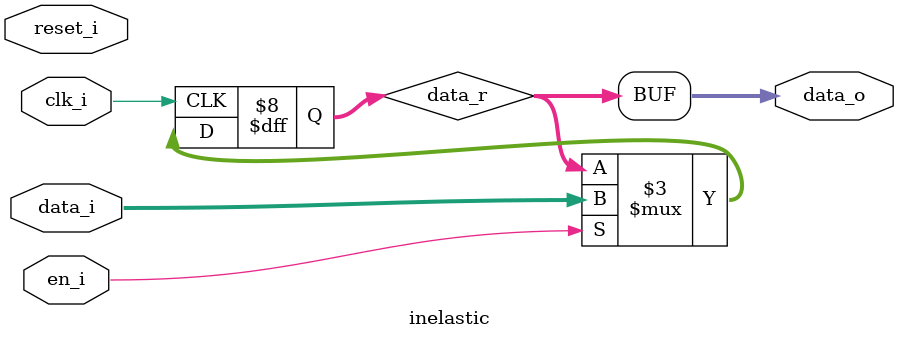
<source format=sv>
module inelastic
  #(parameter [31:0] width_p = 8
   /* verilator lint_off WIDTHTRUNC */
   ,parameter [0:0] datapath_reset_p = 0
   /* verilator lint_on WIDTHTRUNC */
   )
  (input [0:0] clk_i
  ,input [0:0] reset_i

  ,input [0:0] en_i

  // Fill in the ranges of the busses below
  ,input [width_p - 1 : 0] data_i
  ,output [width_p - 1 : 0] data_o);

  logic [width_p - 1:0] data_r;

  always @(posedge clk_i) begin
    if (reset_i & datapath_reset_p) begin // Reset to 0 when datapath_reset_p and reset_i == 1
      data_r <= {width_p{1'b0}};
    end else if (en_i) begin
      data_r <= data_i;               // Save the data when en_i is 1
    end
  end

  assign data_o = data_r;

endmodule
</source>
